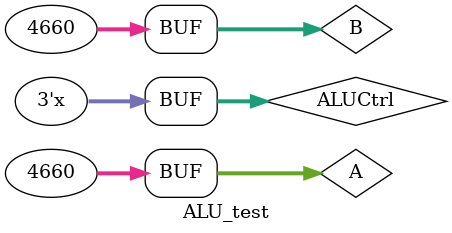
<source format=sv>

`timescale 1ns / 1ps
`include"ALU.sv"

module ALU_test();
	reg [31:0] A=32'h1234,B=32'h1234,out;
	reg [2:0]ALUCtrl = 0;
	reg Zero;

	always #10 ALUCtrl = ALUCtrl + 1;

	ALU m(A, B, ALUCtrl, Zero, out);
endmodule
</source>
